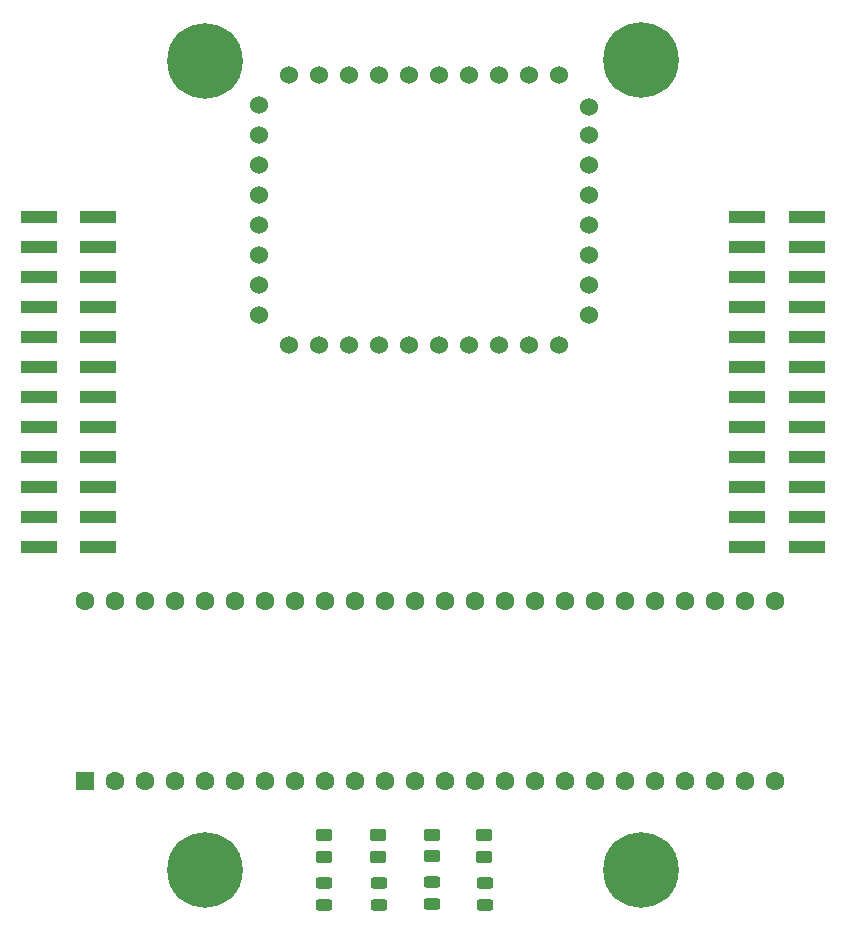
<source format=gbr>
%TF.GenerationSoftware,KiCad,Pcbnew,6.0.1*%
%TF.CreationDate,2022-02-10T21:42:06-06:00*%
%TF.ProjectId,FCB,4643422e-6b69-4636-9164-5f7063625858,rev?*%
%TF.SameCoordinates,Original*%
%TF.FileFunction,Soldermask,Top*%
%TF.FilePolarity,Negative*%
%FSLAX46Y46*%
G04 Gerber Fmt 4.6, Leading zero omitted, Abs format (unit mm)*
G04 Created by KiCad (PCBNEW 6.0.1) date 2022-02-10 21:42:06*
%MOMM*%
%LPD*%
G01*
G04 APERTURE LIST*
G04 Aperture macros list*
%AMRoundRect*
0 Rectangle with rounded corners*
0 $1 Rounding radius*
0 $2 $3 $4 $5 $6 $7 $8 $9 X,Y pos of 4 corners*
0 Add a 4 corners polygon primitive as box body*
4,1,4,$2,$3,$4,$5,$6,$7,$8,$9,$2,$3,0*
0 Add four circle primitives for the rounded corners*
1,1,$1+$1,$2,$3*
1,1,$1+$1,$4,$5*
1,1,$1+$1,$6,$7*
1,1,$1+$1,$8,$9*
0 Add four rect primitives between the rounded corners*
20,1,$1+$1,$2,$3,$4,$5,0*
20,1,$1+$1,$4,$5,$6,$7,0*
20,1,$1+$1,$6,$7,$8,$9,0*
20,1,$1+$1,$8,$9,$2,$3,0*%
G04 Aperture macros list end*
%ADD10RoundRect,0.243750X0.456250X-0.243750X0.456250X0.243750X-0.456250X0.243750X-0.456250X-0.243750X0*%
%ADD11C,1.524000*%
%ADD12C,0.800000*%
%ADD13C,6.400000*%
%ADD14R,3.150000X1.000000*%
%ADD15RoundRect,0.250000X-0.450000X0.262500X-0.450000X-0.262500X0.450000X-0.262500X0.450000X0.262500X0*%
%ADD16R,1.600000X1.600000*%
%ADD17C,1.600000*%
G04 APERTURE END LIST*
D10*
%TO.C,D4*%
X5245000Y-37287500D03*
X5245000Y-35412500D03*
%TD*%
D11*
%TO.C,U1*%
X-11300000Y10100000D03*
X-8760000Y10100000D03*
X-6236998Y10100112D03*
X-3691332Y10100112D03*
X-1145666Y10100112D03*
X1400000Y10100112D03*
X3905890Y10100112D03*
X6451556Y10100112D03*
X9020000Y10100000D03*
X11560000Y10100000D03*
X14088555Y12645779D03*
X14100000Y15180000D03*
X14088555Y17737111D03*
X14088555Y20282778D03*
X14088555Y22828444D03*
X14088555Y25374110D03*
X14088555Y27880000D03*
X14088555Y30266562D03*
X11542889Y32971332D03*
X8997222Y32971332D03*
X6451556Y32971332D03*
X3905890Y32971332D03*
X1400000Y32971332D03*
X-1145666Y32971332D03*
X-3691332Y32971332D03*
X-6236998Y32971332D03*
X-8760000Y32960000D03*
X-11300000Y32960000D03*
X-13913773Y30425666D03*
X-13873997Y27880000D03*
X-13873997Y25340000D03*
X-13873997Y22800000D03*
X-13840000Y20260000D03*
X-13873997Y17737111D03*
X-13873997Y15191445D03*
X-13873997Y12645779D03*
%TD*%
D10*
%TO.C,D2*%
X-3755000Y-37287500D03*
X-3755000Y-35412500D03*
%TD*%
D12*
%TO.C,REF\u002A\u002A*%
X-18440000Y31790000D03*
D13*
X-18440000Y34190000D03*
D12*
X-16742944Y35887056D03*
X-18440000Y36590000D03*
X-20840000Y34190000D03*
X-20137056Y35887056D03*
X-16742944Y32492944D03*
X-20137056Y32492944D03*
X-16040000Y34190000D03*
%TD*%
D14*
%TO.C,J1*%
X32525000Y-6970000D03*
X27475000Y-6970000D03*
X32525000Y-4430000D03*
X27475000Y-4430000D03*
X32525000Y-1890000D03*
X27475000Y-1890000D03*
X32525000Y650000D03*
X27475000Y650000D03*
X32525000Y3190000D03*
X27475000Y3190000D03*
X32525000Y5730000D03*
X27475000Y5730000D03*
X32525000Y8270000D03*
X27475000Y8270000D03*
X32525000Y10810000D03*
X27475000Y10810000D03*
X32525000Y13350000D03*
X27475000Y13350000D03*
X32525000Y15890000D03*
X27475000Y15890000D03*
X32525000Y18430000D03*
X27475000Y18430000D03*
X32525000Y20970000D03*
X27475000Y20970000D03*
%TD*%
D15*
%TO.C,R2*%
X-3800000Y-31400000D03*
X-3800000Y-33225000D03*
%TD*%
D16*
%TO.C,U2*%
X-28575000Y-26820000D03*
D17*
X-26035000Y-26820000D03*
X-23495000Y-26820000D03*
X-20955000Y-26820000D03*
X-18415000Y-26820000D03*
X-15875000Y-26820000D03*
X-13335000Y-26820000D03*
X-10795000Y-26820000D03*
X-8255000Y-26820000D03*
X-5715000Y-26820000D03*
X-3175000Y-26820000D03*
X-635000Y-26820000D03*
X1905000Y-26820000D03*
X4445000Y-26820000D03*
X6985000Y-26820000D03*
X9525000Y-26820000D03*
X12065000Y-26820000D03*
X14605000Y-26820000D03*
X17145000Y-26820000D03*
X19685000Y-26820000D03*
X22225000Y-26820000D03*
X24765000Y-26820000D03*
X27305000Y-26820000D03*
X29845000Y-26820000D03*
X29845000Y-11580000D03*
X27305000Y-11580000D03*
X24765000Y-11580000D03*
X22225000Y-11580000D03*
X19685000Y-11580000D03*
X17145000Y-11580000D03*
X14605000Y-11580000D03*
X12065000Y-11580000D03*
X9525000Y-11580000D03*
X6985000Y-11580000D03*
X4445000Y-11580000D03*
X1905000Y-11580000D03*
X-635000Y-11580000D03*
X-3175000Y-11580000D03*
X-5715000Y-11580000D03*
X-8255000Y-11580000D03*
X-10795000Y-11580000D03*
X-13335000Y-11580000D03*
X-15875000Y-11580000D03*
X-18415000Y-11580000D03*
X-20955000Y-11580000D03*
X-23495000Y-11580000D03*
X-26035000Y-11580000D03*
X-28575000Y-11580000D03*
%TD*%
D13*
%TO.C,REF\u002A\u002A*%
X18460000Y-34300000D03*
D12*
X18460000Y-31900000D03*
X16762944Y-35997056D03*
X18460000Y-36700000D03*
X20860000Y-34300000D03*
X16762944Y-32602944D03*
X16060000Y-34300000D03*
X20157056Y-35997056D03*
X20157056Y-32602944D03*
%TD*%
%TO.C,REF\u002A\u002A*%
X-16732944Y-35997056D03*
X-18430000Y-36700000D03*
X-16030000Y-34300000D03*
X-20127056Y-32602944D03*
X-16732944Y-32602944D03*
X-20830000Y-34300000D03*
X-18430000Y-31900000D03*
D13*
X-18430000Y-34300000D03*
D12*
X-20127056Y-35997056D03*
%TD*%
D15*
%TO.C,R1*%
X-8400000Y-31400000D03*
X-8400000Y-33225000D03*
%TD*%
%TO.C,R4*%
X5200000Y-31400000D03*
X5200000Y-33225000D03*
%TD*%
%TO.C,R3*%
X740000Y-31340000D03*
X740000Y-33165000D03*
%TD*%
D10*
%TO.C,D1*%
X-8355000Y-37265000D03*
X-8355000Y-35390000D03*
%TD*%
%TO.C,D3*%
X770000Y-37227500D03*
X770000Y-35352500D03*
%TD*%
D14*
%TO.C,J3*%
X-32525000Y20970000D03*
X-27475000Y20970000D03*
X-32525000Y18430000D03*
X-27475000Y18430000D03*
X-32525000Y15890000D03*
X-27475000Y15890000D03*
X-32525000Y13350000D03*
X-27475000Y13350000D03*
X-32525000Y10810000D03*
X-27475000Y10810000D03*
X-32525000Y8270000D03*
X-27475000Y8270000D03*
X-32525000Y5730000D03*
X-27475000Y5730000D03*
X-32525000Y3190000D03*
X-27475000Y3190000D03*
X-32525000Y650000D03*
X-27475000Y650000D03*
X-32525000Y-1890000D03*
X-27475000Y-1890000D03*
X-32525000Y-4430000D03*
X-27475000Y-4430000D03*
X-32525000Y-6970000D03*
X-27475000Y-6970000D03*
%TD*%
D12*
%TO.C,REF\u002A\u002A*%
X16752944Y32552944D03*
X18450000Y31850000D03*
X20147056Y35947056D03*
X16752944Y35947056D03*
X16050000Y34250000D03*
X20147056Y32552944D03*
D13*
X18450000Y34250000D03*
D12*
X20850000Y34250000D03*
X18450000Y36650000D03*
%TD*%
M02*

</source>
